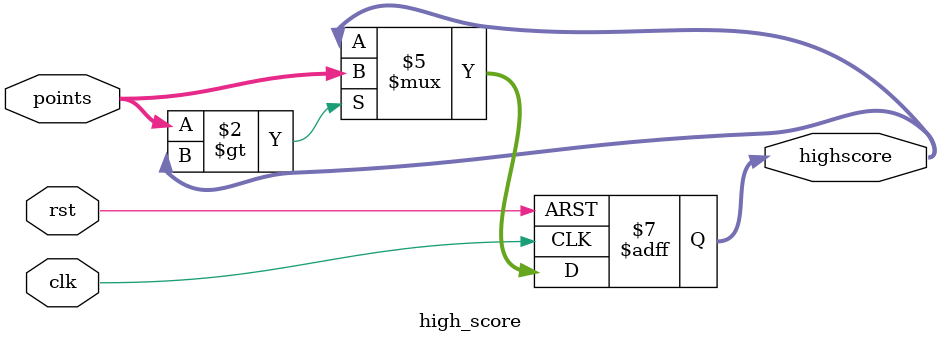
<source format=v>
`timescale 1ns / 1ps

module high_score (
	input clk,
	input rst, // reset high score
	input wire [31:0] points,
	output reg [31:0] highscore
	);

	initial begin
		highscore = 0;
	end

	always @ (posedge clk or posedge rst) begin
		if (rst) begin
			highscore <= 0;
		end
		else if (points > highscore) begin
			highscore <= points;
		end 
		else begin
			highscore <= highscore;
		end
	end

endmodule

</source>
